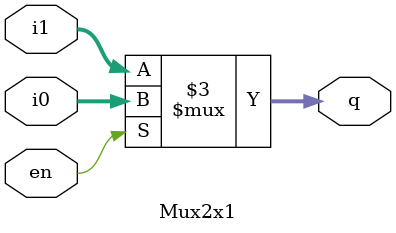
<source format=sv>
`timescale 1ns / 1ps


module Mux2x1(
    input logic en,
    input logic [3:0] i0, i1,
    output logic [3:0] q
    );
    always@(en, i0, i1)
    begin
        if (en)
            q <= i0;
        else
            q <= i1;
    end
endmodule

</source>
